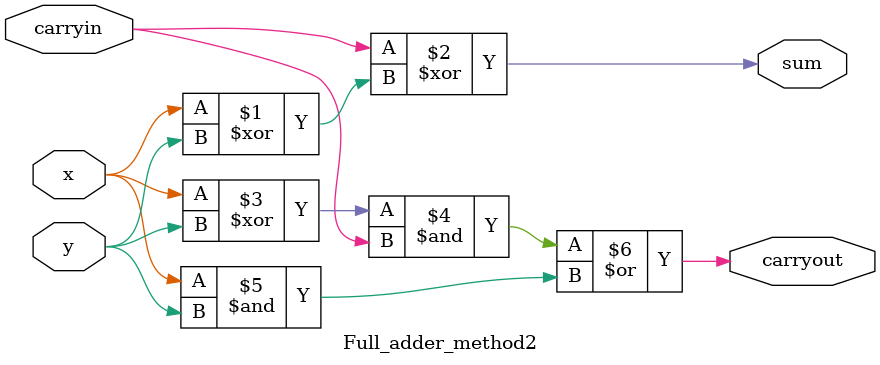
<source format=v>
module Full_adder_method1(sum, carryout, x, y, carryin);
	input carryin, x, y;
	output carryout, sum;
	reg carryout, sum;

	always @(*)
	begin
		sum = carryin^(x^y);
		carryout = ((x^y)&carryin) | (x&y);	
	end 
	
endmodule
///////////////////////////////////////////////////////////////

//////Behavioral Modeling/////////////////
module Full_adder_method3(sum, carryout, x, y, carryin);
	input carryin, x, y;
	output carryout, sum;
	reg carryout, sum;

	always @(*)
	begin
		{carryout, sum} = x + y + carryin;	
	end 
	
endmodule
///////////////////////////////////////////////////////////////






//////Data-flow Modeling////////
module Full_adder_method2(sum, carryout, x, y, carryin);
	input carryin, x, y;
	output carryout, sum;
		
	assign sum = carryin^(x^y);
	assign carryout = ((x^y)&carryin) | (x&y);	
	
endmodule
///////////////////////////////////////////////////////////////////

</source>
